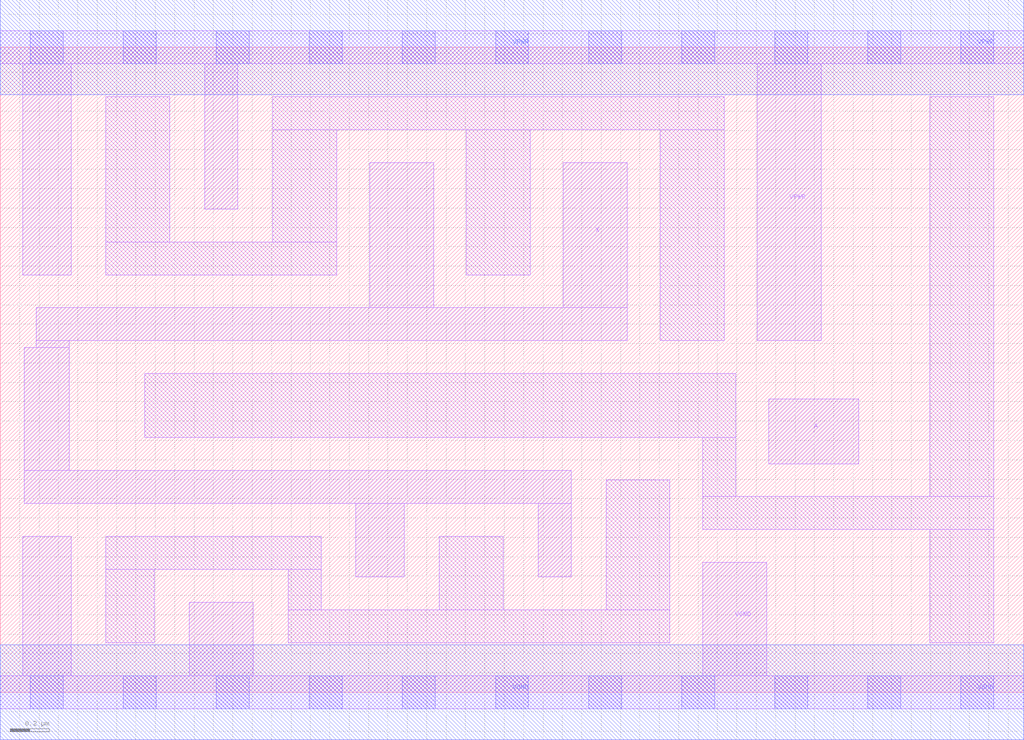
<source format=lef>
# Copyright 2020 The SkyWater PDK Authors
#
# Licensed under the Apache License, Version 2.0 (the "License");
# you may not use this file except in compliance with the License.
# You may obtain a copy of the License at
#
#     https://www.apache.org/licenses/LICENSE-2.0
#
# Unless required by applicable law or agreed to in writing, software
# distributed under the License is distributed on an "AS IS" BASIS,
# WITHOUT WARRANTIES OR CONDITIONS OF ANY KIND, either express or implied.
# See the License for the specific language governing permissions and
# limitations under the License.
#
# SPDX-License-Identifier: Apache-2.0

VERSION 5.7 ;
  NAMESCASESENSITIVE ON ;
  NOWIREEXTENSIONATPIN ON ;
  DIVIDERCHAR "/" ;
  BUSBITCHARS "[]" ;
UNITS
  DATABASE MICRONS 200 ;
END UNITS
MACRO sky130_fd_sc_lp__buflp_4
  CLASS CORE ;
  SOURCE USER ;
  FOREIGN sky130_fd_sc_lp__buflp_4 ;
  ORIGIN  0.000000  0.000000 ;
  SIZE  5.280000 BY  3.330000 ;
  SYMMETRY X Y R90 ;
  SITE unit ;
  PIN A
    ANTENNAGATEAREA  0.630000 ;
    DIRECTION INPUT ;
    USE SIGNAL ;
    PORT
      LAYER li1 ;
        RECT 3.965000 1.180000 4.430000 1.515000 ;
    END
  END A
  PIN X
    ANTENNADIFFAREA  1.352400 ;
    DIRECTION OUTPUT ;
    USE SIGNAL ;
    PORT
      LAYER li1 ;
        RECT 0.125000 0.975000 2.945000 1.145000 ;
        RECT 0.125000 1.145000 0.355000 1.780000 ;
        RECT 0.185000 1.780000 0.355000 1.815000 ;
        RECT 0.185000 1.815000 3.235000 1.985000 ;
        RECT 1.835000 0.595000 2.085000 0.975000 ;
        RECT 1.905000 1.985000 2.235000 2.735000 ;
        RECT 2.775000 0.595000 2.945000 0.975000 ;
        RECT 2.905000 1.985000 3.235000 2.735000 ;
    END
  END X
  PIN VGND
    DIRECTION INOUT ;
    USE GROUND ;
    PORT
      LAYER li1 ;
        RECT 0.000000 -0.085000 5.280000 0.085000 ;
        RECT 0.115000  0.085000 0.365000 0.805000 ;
        RECT 0.975000  0.085000 1.305000 0.465000 ;
        RECT 3.625000  0.085000 3.955000 0.670000 ;
      LAYER mcon ;
        RECT 0.155000 -0.085000 0.325000 0.085000 ;
        RECT 0.635000 -0.085000 0.805000 0.085000 ;
        RECT 1.115000 -0.085000 1.285000 0.085000 ;
        RECT 1.595000 -0.085000 1.765000 0.085000 ;
        RECT 2.075000 -0.085000 2.245000 0.085000 ;
        RECT 2.555000 -0.085000 2.725000 0.085000 ;
        RECT 3.035000 -0.085000 3.205000 0.085000 ;
        RECT 3.515000 -0.085000 3.685000 0.085000 ;
        RECT 3.995000 -0.085000 4.165000 0.085000 ;
        RECT 4.475000 -0.085000 4.645000 0.085000 ;
        RECT 4.955000 -0.085000 5.125000 0.085000 ;
      LAYER met1 ;
        RECT 0.000000 -0.245000 5.280000 0.245000 ;
    END
  END VGND
  PIN VPWR
    DIRECTION INOUT ;
    USE POWER ;
    PORT
      LAYER li1 ;
        RECT 0.000000 3.245000 5.280000 3.415000 ;
        RECT 0.115000 2.155000 0.365000 3.245000 ;
        RECT 1.055000 2.495000 1.225000 3.245000 ;
        RECT 3.905000 1.815000 4.235000 3.245000 ;
      LAYER mcon ;
        RECT 0.155000 3.245000 0.325000 3.415000 ;
        RECT 0.635000 3.245000 0.805000 3.415000 ;
        RECT 1.115000 3.245000 1.285000 3.415000 ;
        RECT 1.595000 3.245000 1.765000 3.415000 ;
        RECT 2.075000 3.245000 2.245000 3.415000 ;
        RECT 2.555000 3.245000 2.725000 3.415000 ;
        RECT 3.035000 3.245000 3.205000 3.415000 ;
        RECT 3.515000 3.245000 3.685000 3.415000 ;
        RECT 3.995000 3.245000 4.165000 3.415000 ;
        RECT 4.475000 3.245000 4.645000 3.415000 ;
        RECT 4.955000 3.245000 5.125000 3.415000 ;
      LAYER met1 ;
        RECT 0.000000 3.085000 5.280000 3.575000 ;
    END
  END VPWR
  OBS
    LAYER li1 ;
      RECT 0.545000 0.255000 0.795000 0.635000 ;
      RECT 0.545000 0.635000 1.655000 0.805000 ;
      RECT 0.545000 2.155000 1.735000 2.325000 ;
      RECT 0.545000 2.325000 0.875000 3.075000 ;
      RECT 0.745000 1.315000 3.795000 1.645000 ;
      RECT 1.405000 2.325000 1.735000 2.905000 ;
      RECT 1.405000 2.905000 3.735000 3.075000 ;
      RECT 1.485000 0.255000 3.455000 0.425000 ;
      RECT 1.485000 0.425000 1.655000 0.635000 ;
      RECT 2.265000 0.425000 2.595000 0.805000 ;
      RECT 2.405000 2.155000 2.735000 2.905000 ;
      RECT 3.125000 0.425000 3.455000 1.095000 ;
      RECT 3.405000 1.815000 3.735000 2.905000 ;
      RECT 3.625000 0.840000 5.125000 1.010000 ;
      RECT 3.625000 1.010000 3.795000 1.315000 ;
      RECT 4.795000 0.255000 5.125000 0.840000 ;
      RECT 4.795000 1.010000 5.125000 3.075000 ;
  END
END sky130_fd_sc_lp__buflp_4

</source>
